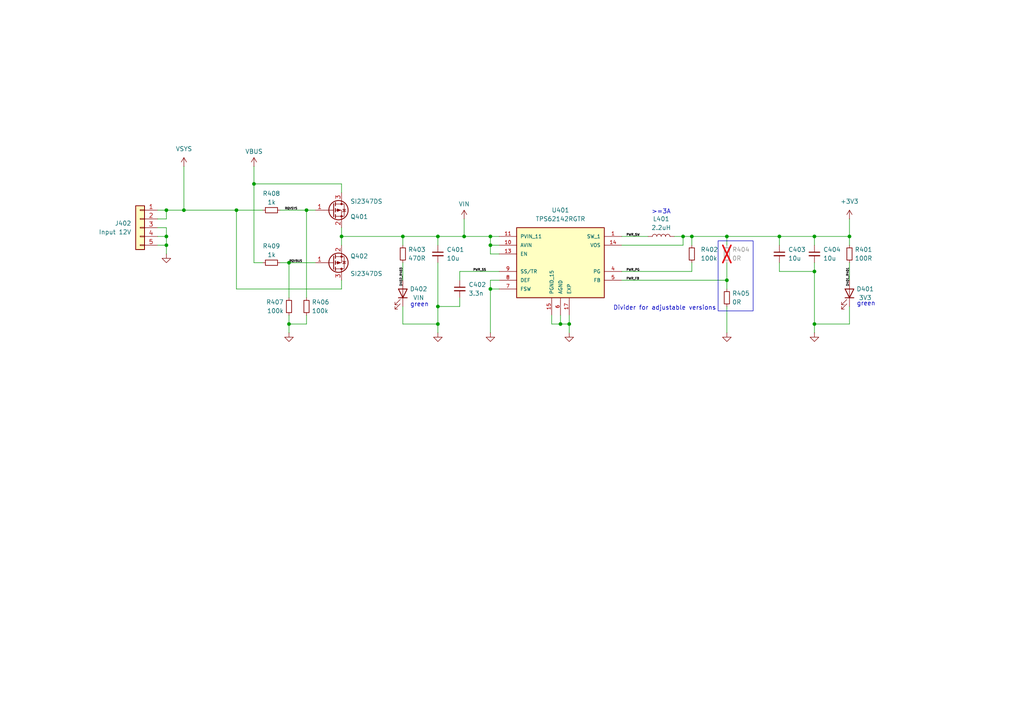
<source format=kicad_sch>
(kicad_sch (version 20231120) (generator "eeschema") (generator_version "8.0")
  (paper "A4")
  (title_block (title " SynchGaze - Motor Control") (date "2024-09-21") (rev "1.0") (company "WM"))
  (lib_symbols
    (symbol "Connector_Generic:Conn_01x05" (pin_names (offset 1.016) hide)
      (property "Reference" "J" (at 0 7.62 0))
      (property "Value" "Conn_01x05" (at 0 -7.62 0))
      (symbol "Conn_01x05_1_1"
        (rectangle (start -1.27 -4.953) (end 0 -5.207) (stroke (width 0.1524)))
        (rectangle (start -1.27 -2.413) (end 0 -2.667) (stroke (width 0.1524)))
        (rectangle (start -1.27 0.127) (end 0 -0.127) (stroke (width 0.1524)))
        (rectangle (start -1.27 2.667) (end 0 2.413) (stroke (width 0.1524)))
        (rectangle (start -1.27 5.207) (end 0 4.953) (stroke (width 0.1524)))
        (rectangle (start -1.27 6.35) (end 1.27 -6.35) (stroke (width 0.254)) (fill (type background)))
        (pin passive line (at -5.08 5.08 0) (length 3.81) (name "Pin_1") (number "1"))
        (pin passive line (at -5.08 2.54 0) (length 3.81) (name "Pin_2") (number "2"))
        (pin passive line (at -5.08 0 0) (length 3.81) (name "Pin_3") (number "3"))
        (pin passive line (at -5.08 -2.54 0) (length 3.81) (name "Pin_4") (number "4"))
        (pin passive line (at -5.08 -5.08 0) (length 3.81) (name "Pin_5") (number "5"))
      )
    )
    (symbol "Device:C_Small" (pin_numbers hide) (pin_names (offset 0.254) hide)
      (property "Reference" "C" (at 0.254 1.778 0))
      (property "Value" "C_Small" (at 0.254 -2.032 0))
      (symbol "C_Small_0_1"
        (polyline (pts (xy -1.524 -0.508) (xy 1.524 -0.508)) (stroke (width 0.3302)))
        (polyline (pts (xy -1.524 0.508) (xy 1.524 0.508)) (stroke (width 0.3048)))
      )
      (symbol "C_Small_1_1"
        (pin passive line (at 0 2.54 270) (length 2.032) (name "~") (number "1"))
        (pin passive line (at 0 -2.54 90) (length 2.032) (name "~") (number "2"))
      )
    )
    (symbol "Device:L" (pin_numbers hide) (pin_names (offset 1.016) hide)
      (property "Reference" "L" (at -1.27 0 90))
      (property "Value" "L" (at 1.905 0 90))
      (symbol "L_0_1"
        (arc (start 0 -2.54) (mid 0.6323 -1.905) (end 0 -1.27))
        (arc (start 0 -1.27) (mid 0.6323 -0.635) (end 0 0))
        (arc (start 0 0) (mid 0.6323 0.635) (end 0 1.27))
        (arc (start 0 1.27) (mid 0.6323 1.905) (end 0 2.54))
      )
      (symbol "L_1_1"
        (pin passive line (at 0 3.81 270) (length 1.27) (name "1") (number "1"))
        (pin passive line (at 0 -3.81 90) (length 1.27) (name "2") (number "2"))
      )
    )
    (symbol "Device:LED" (pin_numbers hide) (pin_names (offset 1.016) hide)
      (property "Reference" "D" (at 0 2.54 0))
      (property "Value" "LED" (at 0 -2.54 0))
      (symbol "LED_0_1"
        (polyline (pts (xy -1.27 -1.27) (xy -1.27 1.27)) (stroke (width 0.254)))
        (polyline (pts (xy -1.27 0) (xy 1.27 0)))
        (polyline (pts (xy 1.27 -1.27) (xy 1.27 1.27) (xy -1.27 0) (xy 1.27 -1.27)) (stroke (width 0.254)))
        (polyline (pts (xy -3.048 -0.762) (xy -4.572 -2.286) (xy -3.81 -2.286) (xy -4.572 -2.286) (xy -4.572 -1.524)))
        (polyline (pts (xy -1.778 -0.762) (xy -3.302 -2.286) (xy -2.54 -2.286) (xy -3.302 -2.286) (xy -3.302 -1.524)))
      )
      (symbol "LED_1_1"
        (pin passive line (at -3.81 0 0) (length 2.54) (name "K") (number "1"))
        (pin passive line (at 3.81 0 180) (length 2.54) (name "A") (number "2"))
      )
    )
    (symbol "Device:Q_PMOS_GSD" (pin_names (offset 0) hide)
      (property "Reference" "Q" (at 5.08 1.27 0))
      (property "Value" "Q_PMOS_GSD" (at 5.08 -1.27 0))
      (symbol "Q_PMOS_GSD_0_1"
        (polyline (pts (xy 0.254 0) (xy -2.54 0)))
        (polyline (pts (xy 0.254 1.905) (xy 0.254 -1.905)) (stroke (width 0.254)))
        (polyline (pts (xy 0.762 -1.27) (xy 0.762 -2.286)) (stroke (width 0.254)))
        (polyline (pts (xy 0.762 0.508) (xy 0.762 -0.508)) (stroke (width 0.254)))
        (polyline (pts (xy 0.762 2.286) (xy 0.762 1.27)) (stroke (width 0.254)))
        (polyline (pts (xy 2.54 2.54) (xy 2.54 1.778)))
        (polyline (pts (xy 2.54 -2.54) (xy 2.54 0) (xy 0.762 0)))
        (polyline (pts (xy 0.762 1.778) (xy 3.302 1.778) (xy 3.302 -1.778) (xy 0.762 -1.778)))
        (polyline (pts (xy 2.286 0) (xy 1.27 0.381) (xy 1.27 -0.381) (xy 2.286 0)) (fill (type outline)))
        (polyline (pts (xy 2.794 -0.508) (xy 2.921 -0.381) (xy 3.683 -0.381) (xy 3.81 -0.254)))
        (polyline (pts (xy 3.302 -0.381) (xy 2.921 0.254) (xy 3.683 0.254) (xy 3.302 -0.381)))
        (circle (center 1.651 0) (radius 2.794) (stroke (width 0.254)))
        (circle (center 2.54 -1.778) (radius 0.254) (fill (type outline)))
        (circle (center 2.54 1.778) (radius 0.254) (fill (type outline)))
      )
      (symbol "Q_PMOS_GSD_1_1"
        (pin input line (at -5.08 0 0) (length 2.54) (name "G") (number "1"))
        (pin passive line (at 2.54 -5.08 90) (length 2.54) (name "S") (number "2"))
        (pin passive line (at 2.54 5.08 270) (length 2.54) (name "D") (number "3"))
      )
    )
    (symbol "Device:R_Small" (pin_numbers hide) (pin_names (offset 0.254) hide)
      (property "Reference" "R" (at 0.762 0.508 0))
      (property "Value" "R_Small" (at 0.762 -1.016 0))
      (symbol "R_Small_0_1"
        (rectangle (start -0.762 1.778) (end 0.762 -1.778) (stroke (width 0.2032)))
      )
      (symbol "R_Small_1_1"
        (pin passive line (at 0 2.54 270) (length 0.762) (name "~") (number "1"))
        (pin passive line (at 0 -2.54 90) (length 0.762) (name "~") (number "2"))
      )
    )
    (symbol "TPS62142RGTR:TPS62142RGTR" (pin_names (offset 1.016))
      (property "Reference" "U" (at -12.7 21.32 0))
      (property "Value" "TPS62142RGTR" (at -12.7 -4 0))
      (symbol "TPS62142RGTR_0_0"
        (rectangle (start -12.7 20.32) (end 12.7 0) (stroke (width 0.254)) (fill (type background)))
        (pin output line (at 17.78 17.78 180) (length 5.08) (name "SW_1") (number "1"))
        (pin input line (at -17.78 15.24 0) (length 5.08) (name "AVIN") (number "10"))
        (pin input line (at -17.78 17.78 0) (length 5.08) (name "PVIN_11") (number "11"))
        (pin input line (at -17.78 12.7 0) (length 5.08) (name "EN") (number "13"))
        (pin input line (at 17.78 15.24 180) (length 5.08) (name "VOS") (number "14"))
        (pin power_in line (at -2.54 -5.08 90) (length 5.08) (name "PGND_15") (number "15"))
        (pin power_in line (at 2.54 -5.08 90) (length 5.08) (name "EXP") (number "17"))
        (pin output line (at 17.78 7.62 180) (length 5.08) (name "PG") (number "4"))
        (pin input line (at 17.78 5.08 180) (length 5.08) (name "FB") (number "5"))
        (pin power_in line (at 0 -5.08 90) (length 5.08) (name "AGND") (number "6"))
        (pin input line (at -17.78 2.54 0) (length 5.08) (name "FSW") (number "7"))
        (pin input line (at -17.78 5.08 0) (length 5.08) (name "DEF") (number "8"))
        (pin input line (at -17.78 7.62 0) (length 5.08) (name "SS/TR") (number "9"))
      )
      (symbol "TPS62142RGTR_1_0"
        (pin input line (at -17.78 17.78 0) (length 5.08) hide (name "PVIN_12") (number "12"))
        (pin power_in line (at -2.54 -5.08 90) (length 5.08) hide (name "PGND_16") (number "16"))
        (pin output line (at 17.78 17.78 180) (length 5.08) hide (name "SW_2") (number "2"))
        (pin output line (at 17.78 17.78 180) (length 5.08) hide (name "SW_3") (number "3"))
      )
    )
    (symbol "power:+3V3" (power) (pin_numbers hide) (pin_names (offset 0) hide)
      (property "Value" "+3V3" (at 0 3.556 0))
      (symbol "+3V3_0_1"
        (polyline (pts (xy -0.762 1.27) (xy 0 2.54)))
        (polyline (pts (xy 0 0) (xy 0 2.54)))
        (polyline (pts (xy 0 2.54) (xy 0.762 1.27)))
      )
      (symbol "+3V3_1_1"
        (pin power_in line (at 0 0 90) (length 0) (name "~") (number "1"))
      )
    )
    (symbol "power:GND" (power) (pin_numbers hide) (pin_names (offset 0) hide)
      (property "Value" "GND" (at 0 -3.81 0))
      (symbol "GND_0_1"
        (polyline (pts (xy 0 0) (xy 0 -1.27) (xy 1.27 -1.27) (xy 0 -2.54) (xy -1.27 -1.27) (xy 0 -1.27)))
      )
      (symbol "GND_1_1"
        (pin power_in line (at 0 0 270) (length 0) (name "~") (number "1"))
      )
    )
    (symbol "power:VBUS" (power) (pin_numbers hide) (pin_names (offset 0) hide)
      (property "Value" "VBUS" (at 0 3.556 0))
      (symbol "VBUS_0_1"
        (polyline (pts (xy -0.762 1.27) (xy 0 2.54)))
        (polyline (pts (xy 0 0) (xy 0 2.54)))
        (polyline (pts (xy 0 2.54) (xy 0.762 1.27)))
      )
      (symbol "VBUS_1_1"
        (pin power_in line (at 0 0 90) (length 0) (name "~") (number "1"))
      )
    )
    (symbol "power:VCC" (power) (pin_numbers hide) (pin_names (offset 0) hide)
      (property "Value" "VCC" (at 0 3.556 0))
      (symbol "VCC_0_1"
        (polyline (pts (xy -0.762 1.27) (xy 0 2.54)))
        (polyline (pts (xy 0 0) (xy 0 2.54)))
        (polyline (pts (xy 0 2.54) (xy 0.762 1.27)))
      )
      (symbol "VCC_1_1"
        (pin power_in line (at 0 0 90) (length 0) (name "~") (number "1"))
      )
    )
  )
  (junction (at 165.1 93.98))
  (junction (at 48.26 68.58))
  (junction (at 99.06 68.58))
  (junction (at 200.66 68.58))
  (junction (at 83.82 93.98))
  (junction (at 210.82 81.28))
  (junction (at 127 68.58))
  (junction (at 68.58 60.96))
  (junction (at 88.9 60.96))
  (junction (at 142.24 71.12))
  (junction (at 127 93.98))
  (junction (at 236.22 78.74))
  (junction (at 210.82 68.58))
  (junction (at 83.82 76.2))
  (junction (at 142.24 68.58))
  (junction (at 134.62 68.58))
  (junction (at 246.38 68.58))
  (junction (at 236.22 93.98))
  (junction (at 162.56 93.98))
  (junction (at 48.26 71.12))
  (junction (at 198.12 68.58))
  (junction (at 127 88.9))
  (junction (at 53.34 60.96))
  (junction (at 226.06 68.58))
  (junction (at 73.66 53.34))
  (junction (at 142.24 83.82))
  (junction (at 48.26 60.96))
  (junction (at 236.22 68.58))
  (junction (at 116.84 68.58))
  (wire (pts (xy 48.26 71.12) (xy 48.26 68.58)))
  (wire (pts (xy 99.06 81.28) (xy 99.06 83.82)))
  (wire (pts (xy 48.26 66.04) (xy 48.26 68.58)))
  (wire (pts (xy 53.34 60.96) (xy 68.58 60.96)))
  (wire (pts (xy 180.34 68.58) (xy 187.96 68.58)))
  (wire (pts (xy 88.9 60.96) (xy 91.44 60.96)))
  (wire (pts (xy 200.66 78.74) (xy 180.34 78.74)))
  (wire (pts (xy 160.02 91.44) (xy 160.02 93.98)))
  (wire (pts (xy 45.72 71.12) (xy 48.26 71.12)))
  (wire (pts (xy 200.66 76.2) (xy 200.66 78.74)))
  (wire (pts (xy 144.78 73.66) (xy 142.24 73.66)))
  (wire (pts (xy 73.66 53.34) (xy 99.06 53.34)))
  (wire (pts (xy 133.35 78.74) (xy 133.35 81.28)))
  (wire (pts (xy 142.24 81.28) (xy 142.24 83.82)))
  (wire (pts (xy 53.34 48.26) (xy 53.34 60.96)))
  (wire (pts (xy 226.06 68.58) (xy 236.22 68.58)))
  (wire (pts (xy 68.58 83.82) (xy 99.06 83.82)))
  (wire (pts (xy 48.26 73.66) (xy 48.26 71.12)))
  (wire (pts (xy 210.82 81.28) (xy 210.82 76.2)))
  (wire (pts (xy 127 88.9) (xy 133.35 88.9)))
  (wire (pts (xy 68.58 83.82) (xy 68.58 60.96)))
  (wire (pts (xy 142.24 68.58) (xy 134.62 68.58)))
  (wire (pts (xy 236.22 78.74) (xy 226.06 78.74)))
  (wire (pts (xy 236.22 68.58) (xy 246.38 68.58)))
  (wire (pts (xy 81.28 60.96) (xy 88.9 60.96)))
  (wire (pts (xy 236.22 68.58) (xy 236.22 71.12)))
  (wire (pts (xy 83.82 93.98) (xy 83.82 91.44)))
  (wire (pts (xy 45.72 63.5) (xy 48.26 63.5)))
  (wire (pts (xy 134.62 63.5) (xy 134.62 68.58)))
  (wire (pts (xy 195.58 68.58) (xy 198.12 68.58)))
  (wire (pts (xy 142.24 73.66) (xy 142.24 71.12)))
  (wire (pts (xy 83.82 93.98) (xy 88.9 93.98)))
  (wire (pts (xy 180.34 81.28) (xy 210.82 81.28)))
  (wire (pts (xy 246.38 68.58) (xy 246.38 71.12)))
  (wire (pts (xy 127 76.2) (xy 127 88.9)))
  (wire (pts (xy 144.78 83.82) (xy 142.24 83.82)))
  (wire (pts (xy 165.1 93.98) (xy 165.1 91.44)))
  (wire (pts (xy 226.06 68.58) (xy 226.06 71.12)))
  (wire (pts (xy 73.66 76.2) (xy 73.66 53.34)))
  (wire (pts (xy 88.9 91.44) (xy 88.9 93.98)))
  (wire (pts (xy 116.84 76.2) (xy 116.84 81.28)))
  (wire (pts (xy 236.22 93.98) (xy 246.38 93.98)))
  (wire (pts (xy 160.02 93.98) (xy 162.56 93.98)))
  (wire (pts (xy 99.06 66.04) (xy 99.06 68.58)))
  (wire (pts (xy 73.66 48.26) (xy 73.66 53.34)))
  (wire (pts (xy 144.78 78.74) (xy 133.35 78.74)))
  (wire (pts (xy 83.82 96.52) (xy 83.82 93.98)))
  (wire (pts (xy 246.38 63.5) (xy 246.38 68.58)))
  (wire (pts (xy 45.72 60.96) (xy 48.26 60.96)))
  (wire (pts (xy 142.24 71.12) (xy 142.24 68.58)))
  (wire (pts (xy 236.22 96.52) (xy 236.22 93.98)))
  (wire (pts (xy 200.66 68.58) (xy 210.82 68.58)))
  (wire (pts (xy 144.78 68.58) (xy 142.24 68.58)))
  (wire (pts (xy 226.06 78.74) (xy 226.06 76.2)))
  (wire (pts (xy 210.82 68.58) (xy 226.06 68.58)))
  (wire (pts (xy 68.58 60.96) (xy 76.2 60.96)))
  (wire (pts (xy 162.56 91.44) (xy 162.56 93.98)))
  (wire (pts (xy 99.06 55.88) (xy 99.06 53.34)))
  (wire (pts (xy 116.84 71.12) (xy 116.84 68.58)))
  (wire (pts (xy 48.26 60.96) (xy 53.34 60.96)))
  (wire (pts (xy 83.82 76.2) (xy 91.44 76.2)))
  (wire (pts (xy 200.66 68.58) (xy 200.66 71.12)))
  (wire (pts (xy 127 68.58) (xy 127 71.12)))
  (wire (pts (xy 133.35 88.9) (xy 133.35 86.36)))
  (wire (pts (xy 210.82 68.58) (xy 210.82 71.12)))
  (wire (pts (xy 127 88.9) (xy 127 93.98)))
  (wire (pts (xy 210.82 96.52) (xy 210.82 88.9)))
  (wire (pts (xy 236.22 93.98) (xy 236.22 78.74)))
  (wire (pts (xy 165.1 96.52) (xy 165.1 93.98)))
  (wire (pts (xy 48.26 60.96) (xy 48.26 63.5)))
  (wire (pts (xy 134.62 68.58) (xy 127 68.58)))
  (wire (pts (xy 83.82 76.2) (xy 83.82 86.36)))
  (wire (pts (xy 144.78 81.28) (xy 142.24 81.28)))
  (wire (pts (xy 144.78 71.12) (xy 142.24 71.12)))
  (wire (pts (xy 45.72 66.04) (xy 48.26 66.04)))
  (wire (pts (xy 198.12 71.12) (xy 198.12 68.58)))
  (wire (pts (xy 116.84 88.9) (xy 116.84 93.98)))
  (wire (pts (xy 116.84 68.58) (xy 127 68.58)))
  (wire (pts (xy 81.28 76.2) (xy 83.82 76.2)))
  (wire (pts (xy 99.06 68.58) (xy 99.06 71.12)))
  (wire (pts (xy 127 93.98) (xy 127 96.52)))
  (wire (pts (xy 246.38 88.9) (xy 246.38 93.98)))
  (wire (pts (xy 236.22 76.2) (xy 236.22 78.74)))
  (wire (pts (xy 180.34 71.12) (xy 198.12 71.12)))
  (wire (pts (xy 198.12 68.58) (xy 200.66 68.58)))
  (wire (pts (xy 116.84 93.98) (xy 127 93.98)))
  (wire (pts (xy 88.9 60.96) (xy 88.9 86.36)))
  (wire (pts (xy 162.56 93.98) (xy 165.1 93.98)))
  (wire (pts (xy 210.82 83.82) (xy 210.82 81.28)))
  (wire (pts (xy 45.72 68.58) (xy 48.26 68.58)))
  (wire (pts (xy 246.38 76.2) (xy 246.38 81.28)))
  (wire (pts (xy 99.06 68.58) (xy 116.84 68.58)))
  (wire (pts (xy 142.24 83.82) (xy 142.24 96.52)))
  (wire (pts (xy 76.2 76.2) (xy 73.66 76.2)))
  (rectangle (start 208.28 69.85) (end 218.44 90.17))
  (text "Divider for adjustable versions" (at 192.786 89.408 0) (effects (font (size 1.27 1.27))))
  (text "green" (at 121.666 88.392 0) (effects (font (size 1.27 1.27))))
  (text "green" (at 251.206 88.138 0) (effects (font (size 1.27 1.27))))
  (text ">=3A" (at 191.77 61.468 0) (effects (font (size 1.27 1.27))))
  (label "PWR_PG" (at 181.61 78.74 0) (effects (font (size 0.635 0.635))) (property "Odnośniki arkuszy" "${INTERSHEET_REFS}" (effects (hide yes))))
  (label "D402_R403" (at 116.84 77.47 270) (effects (font (size 0.635 0.635))) (property "Odnośniki arkuszy" "${INTERSHEET_REFS}" (effects (hide yes))))
  (label "RQVBUS" (at 83.82 76.2 0) (effects (font (size 0.63 0.63))))
  (label "PWR_SW" (at 181.61 68.58 0) (effects (font (size 0.635 0.635))) (property "Odnośniki arkuszy" "${INTERSHEET_REFS}" (effects (hide yes))))
  (label "RQVSYS" (at 82.55 60.96 0) (effects (font (size 0.63 0.63))))
  (label "D401_R401" (at 246.38 77.47 270) (effects (font (size 0.635 0.635))) (property "Odnośniki arkuszy" "${INTERSHEET_REFS}" (effects (hide yes))))
  (label "PWR_FB" (at 181.61 81.28 0) (effects (font (size 0.635 0.635))) (property "Odnośniki arkuszy" "${INTERSHEET_REFS}" (effects (hide yes))))
  (label "PWR_SS" (at 137.16 78.74 0) (effects (font (size 0.635 0.635))) (property "Odnośniki arkuszy" "${INTERSHEET_REFS}" (effects (hide yes))))
  (symbol (lib_id "Device:C_Small") (at 226.06 73.66 0) (unit 1)
    (property "Reference" "C403" (at 228.6 72.3962 0) (effects (justify left)))
    (property "Value" "10u" (at 228.6 74.9362 0) (effects (justify left)))
    (property "Footprint" "Capacitor_SMD:C_1206_3216Metric" (effects (hide yes)))
    (property "Description" "Unpolarized capacitor, small symbol" (effects (hide yes)))
    (property "Manufacturer" "Samsung Electro-Mechanics" (effects (hide yes)))
    (property "Manufacturer Part Number" "CL31B106KAHNFNE" (effects (hide yes)))
    (property "Mouser" "https://www.mouser.pl/ProductDetail/Samsung-Electro-Mechanics/CL31B106KAHNFNE?qs=xZ%2FP%252Ba9zWqbvZ%2FuLWvQDdQ%3D%3D" (effects (hide yes)))
  )
  (symbol (lib_id "Device:R_Small") (at 246.38 73.66 0) (unit 1)
    (property "Reference" "R401" (at 247.904 72.39 0) (effects (justify left)))
    (property "Value" "100R" (at 247.904 74.93 0) (effects (justify left)))
    (property "Footprint" "Resistor_SMD:R_0402_1005Metric" (effects (hide yes)))
    (property "Description" "Resistor, small symbol" (effects (hide yes)))
    (property "Manufacturer" "YAGEO" (effects (hide yes)))
    (property "Manufacturer Part Number" "RC0402JR-07100RP" (effects (hide yes)))
    (property "Mouser" "https://www.mouser.pl/ProductDetail/YAGEO/RC0402JR-07100RP?qs=oypCK0zG327dOPz2698Mug%3D%3D" (effects (hide yes)))
  )
  (symbol (lib_id "power:GND") (at 210.82 96.52 0) (unit 1)
    (property "Reference" "#PWR0407" (effects (hide yes)))
    (property "Value" "GND" (effects (hide yes)))
    (property "Description" "Power symbol creates a global label with name \"GND\" , ground" (effects (hide yes)))
  )
  (symbol (lib_id "Device:R_Small") (at 88.9 88.9 0) (unit 1)
    (property "Reference" "R406" (at 90.424 87.63 0) (effects (justify left)))
    (property "Value" "100k" (at 90.424 90.17 0) (effects (justify left)))
    (property "Footprint" "Resistor_SMD:R_0402_1005Metric" (effects (hide yes)))
    (property "Description" "Resistor, small symbol" (effects (hide yes)))
    (property "Manufacturer" "Walsin" (effects (hide yes)))
    (property "Manufacturer Part Number" "WR04X104 JTL" (effects (hide yes)))
    (property "Mouser" "https://www.mouser.pl/ProductDetail/Walsin/WR04X104-JTL?qs=1w%252B2sDiFrrF3PzIH6ZC8tw%3D%3D" (effects (hide yes)))
  )
  (symbol (lib_id "Device:C_Small") (at 236.22 73.66 0) (unit 1)
    (property "Reference" "C404" (at 238.76 72.3962 0) (effects (justify left)))
    (property "Value" "10u" (at 238.76 74.9362 0) (effects (justify left)))
    (property "Footprint" "Capacitor_SMD:C_1206_3216Metric" (effects (hide yes)))
    (property "Description" "Unpolarized capacitor, small symbol" (effects (hide yes)))
    (property "Manufacturer" "Samsung Electro-Mechanics" (effects (hide yes)))
    (property "Manufacturer Part Number" "CL31B106KAHNFNE" (effects (hide yes)))
    (property "Mouser" "https://www.mouser.pl/ProductDetail/Samsung-Electro-Mechanics/CL31B106KAHNFNE?qs=xZ%2FP%252Ba9zWqbvZ%2FuLWvQDdQ%3D%3D" (effects (hide yes)))
  )
  (symbol (lib_id "Device:Q_PMOS_GSD") (at 96.52 60.96 0) (unit 1)
    (property "Reference" "Q401" (at 101.6 62.865 0) (effects (justify left)))
    (property "Value" "SI2347DS" (at 101.6 58.42 0) (effects (justify left)))
    (property "Footprint" "Package_TO_SOT_SMD:TSOT-23" (effects (hide yes)))
    (property "Datasheet" "https://www.vishay.com/docs/62827/si2347ds.pdf" (effects (hide yes)))
    (property "Mouser" "https://www.mouser.pl/ProductDetail/Vishay-Semiconductors/SI2347DS-T1-GE3?qs=wnm%2FPMJNddFQv4lfacOrcA%3D%3D" (effects (hide yes)))
  )
  (symbol (lib_id "TPS62142RGTR:TPS62142RGTR") (at 162.56 86.36 0) (unit 1)
    (property "Reference" "U401" (at 162.56 60.96 0))
    (property "Value" "TPS62142RGTR" (at 162.56 63.5 0))
    (property "Footprint" "TPS62142RGTR:QFN50P300X300X100-17N_TPS62142RGTR" (effects (hide yes)))
    (property "Datasheet" "https://www.ti.com/lit/ds/symlink/tps62142.pdf?ts=1721760200110&ref_url=https%253A%252F%252Fwww.mouser.pl%252F" (effects (hide yes)))
    (property "MF" "Texas Instruments" (effects (hide yes)))
    (property "Description_1" "\n3–17V 2A Step-Down Converter in 3x3 QFN package\n" (effects (hide yes)))
    (property "Package" "VQFN-16 Texas Instruments" (effects (hide yes)))
    (property "Price" "None" (effects (hide yes)))
    (property "Check_prices" "https://www.snapeda.com/parts/TPS62142RGTR/Texas+Instruments/view-part/?ref=eda" (effects (hide yes)))
    (property "MAXIMUM_PACKAGE_HIEGHT" "1mm" (effects (hide yes)))
    (property "STANDARD" "IPC 7351B" (effects (hide yes)))
    (property "PARTREV" "E" (effects (hide yes)))
    (property "SnapEDA_Link" "https://www.snapeda.com/parts/TPS62142RGTR/Texas+Instruments/view-part/?ref=snap" (effects (hide yes)))
    (property "MP" "TPS62142RGTR" (effects (hide yes)))
    (property "Purchase-URL" "https://www.snapeda.com/api/url_track_click_mouser/?unipart_id=1239753&manufacturer=Texas Instruments&part_name=TPS62142RGTR&search_term=None" (effects (hide yes)))
    (property "Availability" "In Stock" (effects (hide yes)))
    (property "MANUFACTURER" "Texas Instruments" (effects (hide yes)))
    (property "Mouser" "https://www.mouser.pl/ProductDetail/Texas-Instruments/TPS62142RGTR?qs=gXEV9p%2FxLgdJ2ViLpYqiRw%3D%3D" (effects (hide yes)))
    (property "Manufacturer" "Texas Instruments" (effects (hide yes)))
    (property "Manufacturer Part Number" " TPS62142RGTR" (effects (hide yes)))
  )
  (symbol (lib_id "Device:Q_PMOS_GSD") (at 96.52 76.2 0) (mirror x) (unit 1)
    (property "Reference" "Q402" (at 101.6 74.295 0) (effects (justify left)))
    (property "Value" "SI2347DS" (at 101.6 79.375 0) (effects (justify left)))
    (property "Footprint" "Package_TO_SOT_SMD:TSOT-23" (effects (hide yes)))
    (property "Datasheet" "https://www.vishay.com/docs/62827/si2347ds.pdf" (effects (hide yes)))
    (property "Mouser" "https://www.mouser.pl/ProductDetail/Vishay-Semiconductors/SI2347DS-T1-GE3?qs=wnm%2FPMJNddFQv4lfacOrcA%3D%3D" (effects (hide yes)))
  )
  (symbol (lib_id "power:GND") (at 165.1 96.52 0) (unit 1)
    (property "Reference" "#PWR0404" (effects (hide yes)))
    (property "Value" "GND" (effects (hide yes)))
    (property "Description" "Power symbol creates a global label with name \"GND\" , ground" (effects (hide yes)))
  )
  (symbol (lib_id "power:GND") (at 142.24 96.52 0) (unit 1)
    (property "Reference" "#PWR0406" (effects (hide yes)))
    (property "Value" "GND" (effects (hide yes)))
    (property "Description" "Power symbol creates a global label with name \"GND\" , ground" (effects (hide yes)))
  )
  (symbol (lib_id "Device:LED") (at 246.38 85.09 270) (mirror x) (unit 1)
    (property "Reference" "D401" (at 250.952 83.82 90))
    (property "Value" "3V3" (at 250.952 86.36 90))
    (property "Footprint" "LED_SMD:LED_0603_1608Metric" (effects (hide yes)))
    (property "Description" "Light emitting diode" (effects (hide yes)))
    (property "Manufacturer" "Lite-On" (effects (hide yes)))
    (property "Manufacturer Part Number" " LTST-C190GKT" (effects (hide yes)))
    (property "Mouser" "https://www.mouser.pl/ProductDetail/Lite-On/LTST-C190GKT?qs=drxkyCeiWgbQzclgbojDOg%3D%3D" (effects (hide yes)))
  )
  (symbol (lib_id "power:VBUS") (at 134.62 63.5 0) (unit 1)
    (property "Reference" "#PWR0412" (effects (hide yes)))
    (property "Value" "VIN" (at 134.62 59.182 0))
    (property "Description" "Power symbol creates a global label with name \"VBUS\"" (effects (hide yes)))
  )
  (symbol (lib_id "Device:R_Small") (at 200.66 73.66 0) (unit 1)
    (property "Reference" "R402" (at 203.2 72.3899 0) (effects (justify left)))
    (property "Value" "100k" (at 203.2 74.9299 0) (effects (justify left)))
    (property "Footprint" "Resistor_SMD:R_0402_1005Metric" (effects (hide yes)))
    (property "Description" "Resistor, small symbol" (effects (hide yes)))
    (property "Manufacturer" "Walsin" (effects (hide yes)))
    (property "Manufacturer Part Number" "WR04X104 JTL" (effects (hide yes)))
    (property "Mouser" "https://www.mouser.pl/ProductDetail/Walsin/WR04X104-JTL?qs=1w%252B2sDiFrrF3PzIH6ZC8tw%3D%3D" (effects (hide yes)))
  )
  (symbol (lib_id "Device:R_Small") (at 83.82 88.9 0) (mirror y) (unit 1)
    (property "Reference" "R407" (at 82.296 87.63 0) (effects (justify left)))
    (property "Value" "100k" (at 82.296 90.17 0) (effects (justify left)))
    (property "Footprint" "Resistor_SMD:R_0402_1005Metric" (effects (hide yes)))
    (property "Description" "Resistor, small symbol" (effects (hide yes)))
    (property "Manufacturer" "Walsin" (effects (hide yes)))
    (property "Manufacturer Part Number" "WR04X104 JTL" (effects (hide yes)))
    (property "Mouser" "https://www.mouser.pl/ProductDetail/Walsin/WR04X104-JTL?qs=1w%252B2sDiFrrF3PzIH6ZC8tw%3D%3D" (effects (hide yes)))
  )
  (symbol (lib_id "Device:R_Small") (at 210.82 73.66 0) (unit 1) (in_bom no) (dnp yes)
    (property "Reference" "R404" (at 212.344 72.39 0) (effects (justify left)))
    (property "Value" "0R" (at 212.344 74.93 0) (effects (justify left)))
    (property "Footprint" "Resistor_SMD:R_0402_1005Metric" (effects (hide yes)))
    (property "Description" "Resistor, small symbol" (effects (hide yes)))
    (property "Manufacturer" "YAGEO" (effects (hide yes)))
    (property "Manufacturer Part Number" "RC0402JR-07100RP" (effects (hide yes)))
    (property "Mouser" "https://www.mouser.pl/ProductDetail/YAGEO/RC0402JR-07100RP?qs=oypCK0zG327dOPz2698Mug%3D%3D" (effects (hide yes)))
  )
  (symbol (lib_id "power:VCC") (at 53.34 48.26 0) (unit 1)
    (property "Reference" "#PWR0401" (effects (hide yes)))
    (property "Value" "VSYS" (at 53.34 43.18 0))
    (property "Description" "Power symbol creates a global label with name \"VCC\"" (effects (hide yes)))
  )
  (symbol (lib_id "Device:LED") (at 116.84 85.09 270) (mirror x) (unit 1)
    (property "Reference" "D402" (at 121.412 83.82 90))
    (property "Value" "VIN" (at 121.412 86.36 90))
    (property "Footprint" "LED_SMD:LED_0603_1608Metric" (effects (hide yes)))
    (property "Description" "Light emitting diode" (effects (hide yes)))
    (property "Manufacturer" "Lite-On" (effects (hide yes)))
    (property "Manufacturer Part Number" " LTST-C190GKT" (effects (hide yes)))
    (property "Mouser" "https://www.mouser.pl/ProductDetail/Lite-On/LTST-C190GKT?qs=drxkyCeiWgbQzclgbojDOg%3D%3D" (effects (hide yes)))
  )
  (symbol (lib_id "Device:R_Small") (at 78.74 76.2 90) (unit 1)
    (property "Reference" "R409" (at 81.28 71.374 90) (effects (justify left)))
    (property "Value" "1k" (at 80.01 73.914 90) (effects (justify left)))
    (property "Footprint" "Resistor_SMD:R_0402_1005Metric" (effects (hide yes)))
    (property "Description" "Resistor, small symbol" (effects (hide yes)))
    (property "Manufacturer" "YAGEO" (effects (hide yes)))
    (property "Manufacturer Part Number" "RT0402FRE07470RL" (effects (hide yes)))
    (property "Mouser" "https://www.mouser.pl/ProductDetail/YAGEO/RT0402FRE07470RL?qs=sGAEpiMZZMvdGkrng054t%252BKCHBXLTLydslfZummK2Dg%3D" (effects (hide yes)))
  )
  (symbol (lib_id "Device:R_Small") (at 78.74 60.96 90) (unit 1)
    (property "Reference" "R408" (at 81.28 56.134 90) (effects (justify left)))
    (property "Value" "1k" (at 80.01 58.674 90) (effects (justify left)))
    (property "Footprint" "Resistor_SMD:R_0402_1005Metric" (effects (hide yes)))
    (property "Description" "Resistor, small symbol" (effects (hide yes)))
    (property "Manufacturer" "YAGEO" (effects (hide yes)))
    (property "Manufacturer Part Number" "RT0402FRE07470RL" (effects (hide yes)))
    (property "Mouser" "https://www.mouser.pl/ProductDetail/YAGEO/RT0402FRE07470RL?qs=sGAEpiMZZMvdGkrng054t%252BKCHBXLTLydslfZummK2Dg%3D" (effects (hide yes)))
  )
  (symbol (lib_id "Device:R_Small") (at 116.84 73.66 0) (unit 1)
    (property "Reference" "R403" (at 118.364 72.39 0) (effects (justify left)))
    (property "Value" "470R" (at 118.364 74.93 0) (effects (justify left)))
    (property "Footprint" "Resistor_SMD:R_0402_1005Metric" (effects (hide yes)))
    (property "Description" "Resistor, small symbol" (effects (hide yes)))
    (property "Manufacturer" "YAGEO" (effects (hide yes)))
    (property "Manufacturer Part Number" "RT0402FRE07470RL" (effects (hide yes)))
    (property "Mouser" "https://www.mouser.pl/ProductDetail/YAGEO/RT0402FRE07470RL?qs=sGAEpiMZZMvdGkrng054t%252BKCHBXLTLydslfZummK2Dg%3D" (effects (hide yes)))
  )
  (symbol (lib_id "power:GND") (at 48.26 73.66 0) (unit 1)
    (property "Reference" "#PWR0411" (effects (hide yes)))
    (property "Value" "GND" (effects (hide yes)))
    (property "Description" "Power symbol creates a global label with name \"GND\" , ground" (effects (hide yes)))
  )
  (symbol (lib_id "power:VBUS") (at 73.66 48.26 0) (unit 1)
    (property "Reference" "#PWR0410" (effects (hide yes)))
    (property "Value" "VBUS" (at 73.66 43.942 0))
    (property "Description" "Power symbol creates a global label with name \"VBUS\"" (effects (hide yes)))
  )
  (symbol (lib_id "Connector_Generic:Conn_01x05") (at 40.64 66.04 0) (mirror y) (unit 1)
    (property "Reference" "J402" (at 38.1 64.7699 0) (effects (justify left)))
    (property "Value" "Input 12V" (at 38.1 67.3099 0) (effects (justify left)))
    (property "Footprint" "B05B_XASK_1_A_LF__SN_:CONN5_B05B-XASK-1-A_JST" (effects (hide yes)))
    (property "Datasheet" "https://www.tme.eu/Document/4c7d7d44b355c5ac47b1cea6ab35c76b/XA.pdf" (effects (hide yes)))
    (property "Description" "Generic connector, single row, 01x05, script generated (kicad-library-utils/schlib/autogen/connector/)" (effects (hide yes)))
    (property "TME" "https://www.tme.eu/pl/details/b05b-xask-1/zlacza-sygnalowe-raster-2-50mm/jst/" (effects (hide yes)))
  )
  (symbol (lib_id "power:+3V3") (at 246.38 63.5 0) (unit 1)
    (property "Reference" "#PWR0402" (effects (hide yes)))
    (property "Value" "+3V3" (at 246.38 58.42 0))
    (property "Description" "Power symbol creates a global label with name \"+3V3\"" (effects (hide yes)))
  )
  (symbol (lib_id "power:GND") (at 127 96.52 0) (unit 1)
    (property "Reference" "#PWR0405" (effects (hide yes)))
    (property "Value" "GND" (effects (hide yes)))
    (property "Description" "Power symbol creates a global label with name \"GND\" , ground" (effects (hide yes)))
  )
  (symbol (lib_id "Device:R_Small") (at 210.82 86.36 0) (unit 1)
    (property "Reference" "R405" (at 212.344 85.09 0) (effects (justify left)))
    (property "Value" "0R" (at 212.344 87.63 0) (effects (justify left)))
    (property "Footprint" "Resistor_SMD:R_0402_1005Metric" (effects (hide yes)))
    (property "Description" "Resistor, small symbol" (effects (hide yes)))
    (property "Manufacturer" "YAGEO" (effects (hide yes)))
    (property "Manufacturer Part Number" "RC0402JR-070RP" (effects (hide yes)))
    (property "Mouser" "https://www.mouser.pl/ProductDetail/YAGEO/RC0402JR-070RP?qs=sGAEpiMZZMtlubZbdhIBINt%2Ft6Hry3%2FBkzFf99agDSE%3D" (effects (hide yes)))
  )
  (symbol (lib_id "power:GND") (at 236.22 96.52 0) (unit 1)
    (property "Reference" "#PWR0409" (effects (hide yes)))
    (property "Value" "GND" (effects (hide yes)))
    (property "Description" "Power symbol creates a global label with name \"GND\" , ground" (effects (hide yes)))
  )
  (symbol (lib_id "power:GND") (at 83.82 96.52 0) (unit 1)
    (property "Reference" "#PWR0413" (effects (hide yes)))
    (property "Value" "GND" (effects (hide yes)))
    (property "Description" "Power symbol creates a global label with name \"GND\" , ground" (effects (hide yes)))
  )
  (symbol (lib_id "Device:C_Small") (at 133.35 83.82 0) (unit 1)
    (property "Reference" "C402" (at 135.89 82.5562 0) (effects (justify left)))
    (property "Value" "3.3n" (at 135.89 85.0962 0) (effects (justify left)))
    (property "Footprint" "Capacitor_SMD:C_0402_1005Metric" (effects (hide yes)))
    (property "Description" "Unpolarized capacitor, small symbol" (effects (hide yes)))
    (property "Manufacturer" "Wurth Elektronik" (effects (hide yes)))
    (property "Manufacturer Part Number" "885012205047" (effects (hide yes)))
    (property "Mouser" "https://www.mouser.pl/ProductDetail/Wurth-Elektronik/885012205047?qs=0KOYDY2FL2%252BET2lZ5U3%252BUg%3D%3D" (effects (hide yes)))
  )
  (symbol (lib_id "Device:C_Small") (at 127 73.66 0) (unit 1)
    (property "Reference" "C401" (at 129.54 72.3962 0) (effects (justify left)))
    (property "Value" "10u" (at 129.54 74.9362 0) (effects (justify left)))
    (property "Footprint" "Capacitor_SMD:C_1206_3216Metric" (effects (hide yes)))
    (property "Description" "Unpolarized capacitor, small symbol" (effects (hide yes)))
    (property "Manufacturer" "Samsung Electro-Mechanics" (effects (hide yes)))
    (property "Manufacturer Part Number" "CL31B106KAHNFNE" (effects (hide yes)))
    (property "Mouser" "https://www.mouser.pl/ProductDetail/Samsung-Electro-Mechanics/CL31B106KAHNFNE?qs=xZ%2FP%252Ba9zWqbvZ%2FuLWvQDdQ%3D%3D" (effects (hide yes)))
  )
  (symbol (lib_id "Device:L") (at 191.77 68.58 90) (unit 1)
    (property "Reference" "L401" (at 191.77 63.5 90))
    (property "Value" "2.2uH" (at 191.77 66.04 90))
    (property "Footprint" "IHLP1212BZEV2R2MA1:IHLP1212BZEV2R2MA1" (effects (hide yes)))
    (property "Datasheet" "https://www.vishay.com/docs/34536/ihlp-1212bz-a1.pdf" (effects (hide yes)))
    (property "Description" "Inductor" (effects (hide yes)))
    (property "Manufacturer" "Vishay" (effects (hide yes)))
    (property "Manufacturer Part Number" " IHLP1212BZEV2R2MA1" (effects (hide yes)))
    (property "Mouser" "https://www.mouser.pl/ProductDetail/Vishay-Dale/IHLP1212BZEV2R2MA1?qs=BJlw7L4Cy78KDNerZ03V%2FA%3D%3D" (effects (hide yes)))
  )
)
</source>
